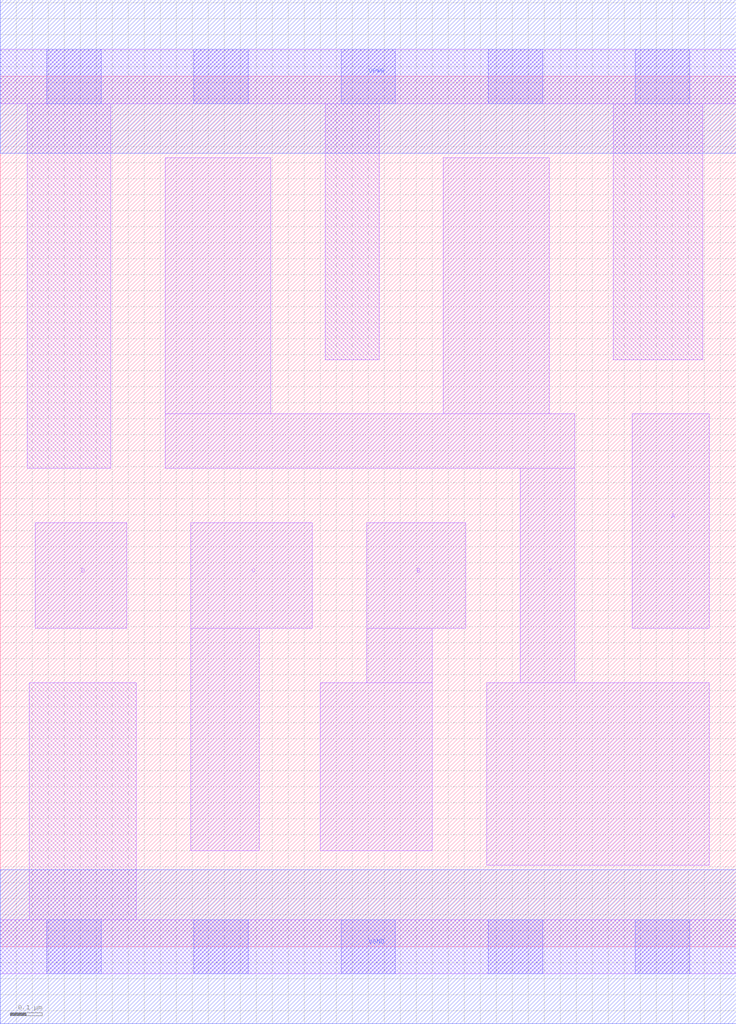
<source format=lef>
# Copyright 2020 The SkyWater PDK Authors
#
# Licensed under the Apache License, Version 2.0 (the "License");
# you may not use this file except in compliance with the License.
# You may obtain a copy of the License at
#
#     https://www.apache.org/licenses/LICENSE-2.0
#
# Unless required by applicable law or agreed to in writing, software
# distributed under the License is distributed on an "AS IS" BASIS,
# WITHOUT WARRANTIES OR CONDITIONS OF ANY KIND, either express or implied.
# See the License for the specific language governing permissions and
# limitations under the License.
#
# SPDX-License-Identifier: Apache-2.0

VERSION 5.7 ;
  NOWIREEXTENSIONATPIN ON ;
  DIVIDERCHAR "/" ;
  BUSBITCHARS "[]" ;
UNITS
  DATABASE MICRONS 200 ;
END UNITS
MACRO sky130_fd_sc_hd__nand4_1
  CLASS CORE ;
  FOREIGN sky130_fd_sc_hd__nand4_1 ;
  ORIGIN  0.000000  0.000000 ;
  SIZE  2.300000 BY  2.720000 ;
  SYMMETRY X Y R90 ;
  SITE unithd ;
  PIN A
    ANTENNAGATEAREA  0.247500 ;
    DIRECTION INPUT ;
    USE SIGNAL ;
    PORT
      LAYER li1 ;
        RECT 1.975000 0.995000 2.215000 1.665000 ;
    END
  END A
  PIN B
    ANTENNAGATEAREA  0.247500 ;
    DIRECTION INPUT ;
    USE SIGNAL ;
    PORT
      LAYER li1 ;
        RECT 1.000000 0.300000 1.350000 0.825000 ;
        RECT 1.145000 0.825000 1.350000 0.995000 ;
        RECT 1.145000 0.995000 1.455000 1.325000 ;
    END
  END B
  PIN C
    ANTENNAGATEAREA  0.247500 ;
    DIRECTION INPUT ;
    USE SIGNAL ;
    PORT
      LAYER li1 ;
        RECT 0.595000 0.300000 0.810000 0.995000 ;
        RECT 0.595000 0.995000 0.975000 1.325000 ;
    END
  END C
  PIN D
    ANTENNAGATEAREA  0.247500 ;
    DIRECTION INPUT ;
    USE SIGNAL ;
    PORT
      LAYER li1 ;
        RECT 0.110000 0.995000 0.395000 1.325000 ;
    END
  END D
  PIN Y
    ANTENNADIFFAREA  0.795000 ;
    DIRECTION OUTPUT ;
    USE SIGNAL ;
    PORT
      LAYER li1 ;
        RECT 0.515000 1.495000 1.795000 1.665000 ;
        RECT 0.515000 1.665000 0.845000 2.465000 ;
        RECT 1.385000 1.665000 1.715000 2.465000 ;
        RECT 1.520000 0.255000 2.215000 0.825000 ;
        RECT 1.625000 0.825000 1.795000 1.495000 ;
    END
  END Y
  PIN VGND
    DIRECTION INOUT ;
    SHAPE ABUTMENT ;
    USE GROUND ;
    PORT
      LAYER met1 ;
        RECT 0.000000 -0.240000 2.300000 0.240000 ;
    END
  END VGND
  PIN VPWR
    DIRECTION INOUT ;
    SHAPE ABUTMENT ;
    USE POWER ;
    PORT
      LAYER met1 ;
        RECT 0.000000 2.480000 2.300000 2.960000 ;
    END
  END VPWR
  OBS
    LAYER li1 ;
      RECT 0.000000 -0.085000 2.300000 0.085000 ;
      RECT 0.000000  2.635000 2.300000 2.805000 ;
      RECT 0.085000  1.495000 0.345000 2.635000 ;
      RECT 0.090000  0.085000 0.425000 0.825000 ;
      RECT 1.015000  1.835000 1.185000 2.635000 ;
      RECT 1.915000  1.835000 2.195000 2.635000 ;
    LAYER mcon ;
      RECT 0.145000 -0.085000 0.315000 0.085000 ;
      RECT 0.145000  2.635000 0.315000 2.805000 ;
      RECT 0.605000 -0.085000 0.775000 0.085000 ;
      RECT 0.605000  2.635000 0.775000 2.805000 ;
      RECT 1.065000 -0.085000 1.235000 0.085000 ;
      RECT 1.065000  2.635000 1.235000 2.805000 ;
      RECT 1.525000 -0.085000 1.695000 0.085000 ;
      RECT 1.525000  2.635000 1.695000 2.805000 ;
      RECT 1.985000 -0.085000 2.155000 0.085000 ;
      RECT 1.985000  2.635000 2.155000 2.805000 ;
  END
END sky130_fd_sc_hd__nand4_1
END LIBRARY

</source>
